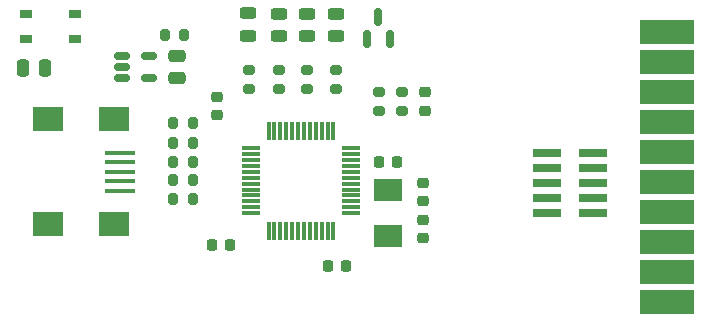
<source format=gbr>
%TF.GenerationSoftware,KiCad,Pcbnew,(6.0.7)*%
%TF.CreationDate,2022-09-01T12:01:24+02:00*%
%TF.ProjectId,bmp2,626d7032-2e6b-4696-9361-645f70636258,rev?*%
%TF.SameCoordinates,Original*%
%TF.FileFunction,Paste,Top*%
%TF.FilePolarity,Positive*%
%FSLAX46Y46*%
G04 Gerber Fmt 4.6, Leading zero omitted, Abs format (unit mm)*
G04 Created by KiCad (PCBNEW (6.0.7)) date 2022-09-01 12:01:24*
%MOMM*%
%LPD*%
G01*
G04 APERTURE LIST*
G04 Aperture macros list*
%AMRoundRect*
0 Rectangle with rounded corners*
0 $1 Rounding radius*
0 $2 $3 $4 $5 $6 $7 $8 $9 X,Y pos of 4 corners*
0 Add a 4 corners polygon primitive as box body*
4,1,4,$2,$3,$4,$5,$6,$7,$8,$9,$2,$3,0*
0 Add four circle primitives for the rounded corners*
1,1,$1+$1,$2,$3*
1,1,$1+$1,$4,$5*
1,1,$1+$1,$6,$7*
1,1,$1+$1,$8,$9*
0 Add four rect primitives between the rounded corners*
20,1,$1+$1,$2,$3,$4,$5,0*
20,1,$1+$1,$4,$5,$6,$7,0*
20,1,$1+$1,$6,$7,$8,$9,0*
20,1,$1+$1,$8,$9,$2,$3,0*%
G04 Aperture macros list end*
%ADD10R,1.050000X0.700000*%
%ADD11R,2.400000X0.750000*%
%ADD12R,2.400000X1.900000*%
%ADD13R,1.500000X0.300000*%
%ADD14R,0.300000X1.500000*%
%ADD15RoundRect,0.150000X-0.512500X-0.150000X0.512500X-0.150000X0.512500X0.150000X-0.512500X0.150000X0*%
%ADD16RoundRect,0.200000X0.200000X0.275000X-0.200000X0.275000X-0.200000X-0.275000X0.200000X-0.275000X0*%
%ADD17RoundRect,0.200000X-0.200000X-0.275000X0.200000X-0.275000X0.200000X0.275000X-0.200000X0.275000X0*%
%ADD18RoundRect,0.200000X-0.275000X0.200000X-0.275000X-0.200000X0.275000X-0.200000X0.275000X0.200000X0*%
%ADD19RoundRect,0.200000X0.275000X-0.200000X0.275000X0.200000X-0.275000X0.200000X-0.275000X-0.200000X0*%
%ADD20RoundRect,0.150000X0.150000X-0.587500X0.150000X0.587500X-0.150000X0.587500X-0.150000X-0.587500X0*%
%ADD21R,4.572000X2.033000*%
%ADD22R,2.600000X0.450000*%
%ADD23R,2.500000X2.000000*%
%ADD24RoundRect,0.243750X0.456250X-0.243750X0.456250X0.243750X-0.456250X0.243750X-0.456250X-0.243750X0*%
%ADD25RoundRect,0.225000X0.250000X-0.225000X0.250000X0.225000X-0.250000X0.225000X-0.250000X-0.225000X0*%
%ADD26RoundRect,0.225000X-0.250000X0.225000X-0.250000X-0.225000X0.250000X-0.225000X0.250000X0.225000X0*%
%ADD27RoundRect,0.225000X0.225000X0.250000X-0.225000X0.250000X-0.225000X-0.250000X0.225000X-0.250000X0*%
%ADD28RoundRect,0.225000X-0.225000X-0.250000X0.225000X-0.250000X0.225000X0.250000X-0.225000X0.250000X0*%
%ADD29RoundRect,0.250000X-0.475000X0.250000X-0.475000X-0.250000X0.475000X-0.250000X0.475000X0.250000X0*%
%ADD30RoundRect,0.250000X0.250000X0.475000X-0.250000X0.475000X-0.250000X-0.475000X0.250000X-0.475000X0*%
G04 APERTURE END LIST*
D10*
%TO.C,S1*%
X105950000Y-23125000D03*
X101750000Y-23125000D03*
X105950000Y-20975000D03*
X101750000Y-20975000D03*
%TD*%
D11*
%TO.C,J3*%
X145900000Y-32810000D03*
X149800000Y-32810000D03*
X145900000Y-34080000D03*
X149800000Y-34080000D03*
X145900000Y-35350000D03*
X149800000Y-35350000D03*
X145900000Y-36620000D03*
X149800000Y-36620000D03*
X145900000Y-37890000D03*
X149800000Y-37890000D03*
%TD*%
D12*
%TO.C,X1*%
X132425000Y-39775000D03*
X132425000Y-35875000D03*
%TD*%
D13*
%TO.C,U2*%
X129300000Y-37875000D03*
X129300000Y-37375000D03*
X129300000Y-36875000D03*
X129300000Y-36375000D03*
X129300000Y-35875000D03*
X129300000Y-35375000D03*
X129300000Y-34875000D03*
X129300000Y-34375000D03*
X129300000Y-33875000D03*
X129300000Y-33375000D03*
X129300000Y-32875000D03*
X129300000Y-32375000D03*
D14*
X127800000Y-30875000D03*
X127300000Y-30875000D03*
X126800000Y-30875000D03*
X126300000Y-30875000D03*
X125800000Y-30875000D03*
X125300000Y-30875000D03*
X124800000Y-30875000D03*
X124300000Y-30875000D03*
X123800000Y-30875000D03*
X123300000Y-30875000D03*
X122800000Y-30875000D03*
X122300000Y-30875000D03*
D13*
X120800000Y-32375000D03*
X120800000Y-32875000D03*
X120800000Y-33375000D03*
X120800000Y-33875000D03*
X120800000Y-34375000D03*
X120800000Y-34875000D03*
X120800000Y-35375000D03*
X120800000Y-35875000D03*
X120800000Y-36375000D03*
X120800000Y-36875000D03*
X120800000Y-37375000D03*
X120800000Y-37875000D03*
D14*
X122300000Y-39375000D03*
X122800000Y-39375000D03*
X123300000Y-39375000D03*
X123800000Y-39375000D03*
X124300000Y-39375000D03*
X124800000Y-39375000D03*
X125300000Y-39375000D03*
X125800000Y-39375000D03*
X126300000Y-39375000D03*
X126800000Y-39375000D03*
X127300000Y-39375000D03*
X127800000Y-39375000D03*
%TD*%
D15*
%TO.C,U1*%
X109887500Y-24525000D03*
X109887500Y-25475000D03*
X109887500Y-26425000D03*
X112162500Y-26425000D03*
X112162500Y-24525000D03*
%TD*%
D16*
%TO.C,R12*%
X115875000Y-30275000D03*
X114225000Y-30275000D03*
%TD*%
D17*
%TO.C,R11*%
X114250000Y-31900000D03*
X115900000Y-31900000D03*
%TD*%
D16*
%TO.C,R10*%
X115175000Y-22800000D03*
X113525000Y-22800000D03*
%TD*%
D18*
%TO.C,R9*%
X133575000Y-27575000D03*
X133575000Y-29225000D03*
%TD*%
%TO.C,R8*%
X131650000Y-27575000D03*
X131650000Y-29225000D03*
%TD*%
D19*
%TO.C,R7*%
X128050000Y-27375000D03*
X128050000Y-25725000D03*
%TD*%
%TO.C,R6*%
X125575000Y-27375000D03*
X125575000Y-25725000D03*
%TD*%
%TO.C,R5*%
X123175000Y-27400000D03*
X123175000Y-25750000D03*
%TD*%
%TO.C,R4*%
X120650000Y-27375000D03*
X120650000Y-25725000D03*
%TD*%
D16*
%TO.C,R3*%
X115900000Y-35075000D03*
X114250000Y-35075000D03*
%TD*%
%TO.C,R2*%
X115900000Y-33500000D03*
X114250000Y-33500000D03*
%TD*%
%TO.C,R1*%
X115900000Y-36675000D03*
X114250000Y-36675000D03*
%TD*%
D20*
%TO.C,Q1*%
X130650000Y-23162500D03*
X132550000Y-23162500D03*
X131600000Y-21287500D03*
%TD*%
D21*
%TO.C,J6*%
X156075000Y-22560000D03*
X156075000Y-22560000D03*
X156075000Y-25100000D03*
X156075000Y-25100000D03*
X156075000Y-27640000D03*
X156075000Y-27640000D03*
X156075000Y-30180000D03*
X156075000Y-30180000D03*
X156075000Y-32720000D03*
X156075000Y-32720000D03*
X156075000Y-35260000D03*
X156075000Y-35260000D03*
X156075000Y-37800000D03*
X156075000Y-37800000D03*
X156075000Y-40340000D03*
X156075000Y-40340000D03*
X156075000Y-42880000D03*
X156075000Y-42880000D03*
X156075000Y-45420000D03*
X156075000Y-45420000D03*
%TD*%
D22*
%TO.C,J2*%
X109700000Y-32775000D03*
X109700000Y-33575000D03*
X109700000Y-34375000D03*
X109700000Y-35175000D03*
X109700000Y-35975000D03*
D23*
X109192000Y-38820000D03*
X103604000Y-38820000D03*
X109192000Y-29930000D03*
X103604000Y-29930000D03*
%TD*%
D24*
%TO.C,D4*%
X128025000Y-22900000D03*
X128025000Y-21025000D03*
%TD*%
%TO.C,D3*%
X125550000Y-22887500D03*
X125550000Y-21012500D03*
%TD*%
%TO.C,D2*%
X123200000Y-22912500D03*
X123200000Y-21037500D03*
%TD*%
%TO.C,D1*%
X120600000Y-22837500D03*
X120600000Y-20962500D03*
%TD*%
D25*
%TO.C,C9*%
X135550000Y-29200000D03*
X135550000Y-27650000D03*
%TD*%
%TO.C,C8*%
X135350000Y-36875000D03*
X135350000Y-35325000D03*
%TD*%
D26*
%TO.C,C7*%
X135350000Y-38425000D03*
X135350000Y-39975000D03*
%TD*%
D27*
%TO.C,C6*%
X119050000Y-40525000D03*
X117500000Y-40525000D03*
%TD*%
D25*
%TO.C,C5*%
X117950000Y-29600000D03*
X117950000Y-28050000D03*
%TD*%
D28*
%TO.C,C4*%
X131625000Y-33525000D03*
X133175000Y-33525000D03*
%TD*%
D27*
%TO.C,C3*%
X128875000Y-42375000D03*
X127325000Y-42375000D03*
%TD*%
D29*
%TO.C,C2*%
X114525000Y-24525000D03*
X114525000Y-26425000D03*
%TD*%
D30*
%TO.C,C1*%
X103400000Y-25550000D03*
X101500000Y-25550000D03*
%TD*%
M02*

</source>
